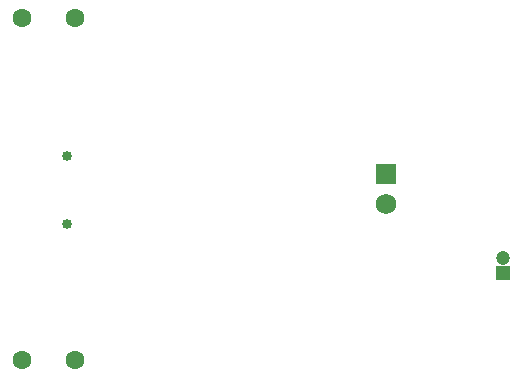
<source format=gbs>
G04*
G04 #@! TF.GenerationSoftware,Altium Limited,Altium Designer,20.1.14 (287)*
G04*
G04 Layer_Color=16711935*
%FSLAX44Y44*%
%MOMM*%
G71*
G04*
G04 #@! TF.SameCoordinates,D1A4AC06-9C69-4D29-80E8-20607C734ED5*
G04*
G04*
G04 #@! TF.FilePolarity,Negative*
G04*
G01*
G75*
%ADD53C,1.2032*%
%ADD70R,1.2032X1.2032*%
%ADD71C,1.6032*%
%ADD72C,0.8532*%
%ADD73R,1.7532X1.7532*%
%ADD74C,1.7532*%
D53*
X704596Y449580D02*
D03*
D70*
Y436880D02*
D03*
D71*
X342032Y363220D02*
D03*
X297032D02*
D03*
X342032Y653034D02*
D03*
X297032D02*
D03*
D72*
X335280Y478846D02*
D03*
Y536646D02*
D03*
D73*
X605282Y520954D02*
D03*
D74*
Y495554D02*
D03*
M02*

</source>
